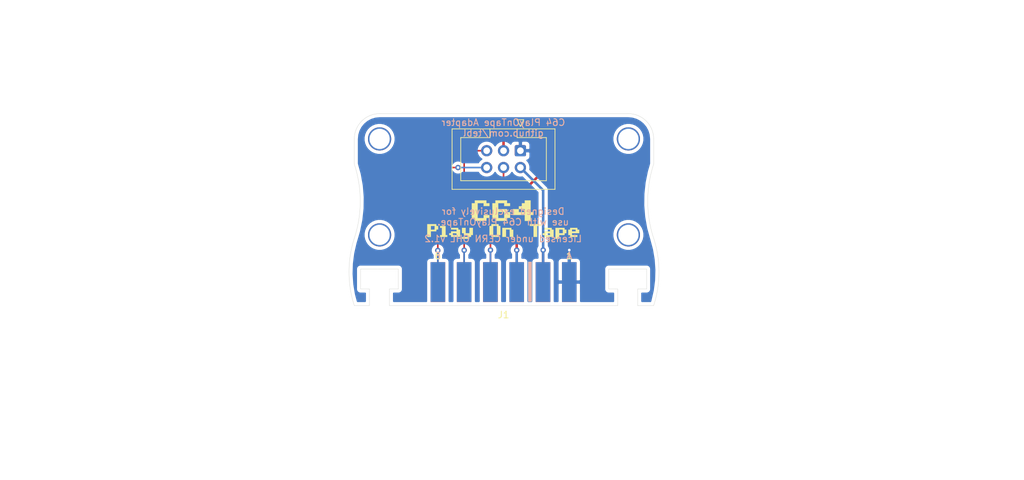
<source format=kicad_pcb>
(kicad_pcb (version 20171130) (host pcbnew "(5.1.8)-1")

  (general
    (thickness 1.6)
    (drawings 33)
    (tracks 50)
    (zones 0)
    (modules 7)
    (nets 7)
  )

  (page A4)
  (layers
    (0 F.Cu signal)
    (31 B.Cu signal)
    (32 B.Adhes user)
    (33 F.Adhes user)
    (34 B.Paste user)
    (35 F.Paste user)
    (36 B.SilkS user)
    (37 F.SilkS user)
    (38 B.Mask user)
    (39 F.Mask user)
    (40 Dwgs.User user)
    (41 Cmts.User user)
    (42 Eco1.User user)
    (43 Eco2.User user)
    (44 Edge.Cuts user)
    (45 Margin user)
    (46 B.CrtYd user)
    (47 F.CrtYd user)
    (48 B.Fab user)
    (49 F.Fab user)
  )

  (setup
    (last_trace_width 0.25)
    (trace_clearance 0.2)
    (zone_clearance 0.508)
    (zone_45_only no)
    (trace_min 0.2)
    (via_size 0.8)
    (via_drill 0.4)
    (via_min_size 0.4)
    (via_min_drill 0.3)
    (uvia_size 0.3)
    (uvia_drill 0.1)
    (uvias_allowed no)
    (uvia_min_size 0.2)
    (uvia_min_drill 0.1)
    (edge_width 0.05)
    (segment_width 0.2)
    (pcb_text_width 0.3)
    (pcb_text_size 1.5 1.5)
    (mod_edge_width 0.12)
    (mod_text_size 1 1)
    (mod_text_width 0.15)
    (pad_size 1.524 1.524)
    (pad_drill 0.762)
    (pad_to_mask_clearance 0)
    (aux_axis_origin 0 0)
    (grid_origin 161.983 0)
    (visible_elements 7FFFFFFF)
    (pcbplotparams
      (layerselection 0x010fc_ffffffff)
      (usegerberextensions true)
      (usegerberattributes true)
      (usegerberadvancedattributes true)
      (creategerberjobfile true)
      (excludeedgelayer true)
      (linewidth 0.100000)
      (plotframeref false)
      (viasonmask false)
      (mode 1)
      (useauxorigin false)
      (hpglpennumber 1)
      (hpglpenspeed 20)
      (hpglpendiameter 15.000000)
      (psnegative false)
      (psa4output false)
      (plotreference true)
      (plotvalue true)
      (plotinvisibletext false)
      (padsonsilk false)
      (subtractmaskfromsilk false)
      (outputformat 1)
      (mirror false)
      (drillshape 0)
      (scaleselection 1)
      (outputdirectory "export/"))
  )

  (net 0 "")
  (net 1 GND)
  (net 2 VCC)
  (net 3 /MOTOR)
  (net 4 /READ)
  (net 5 /WRITE)
  (net 6 /SENSE)

  (net_class Default "This is the default net class."
    (clearance 0.2)
    (trace_width 0.25)
    (via_dia 0.8)
    (via_drill 0.4)
    (uvia_dia 0.3)
    (uvia_drill 0.1)
    (add_net /READ)
    (add_net /SENSE)
    (add_net /WRITE)
  )

  (net_class PWR ""
    (clearance 0.2)
    (trace_width 0.381)
    (via_dia 0.8)
    (via_drill 0.4)
    (uvia_dia 0.3)
    (uvia_drill 0.1)
    (add_net /MOTOR)
    (add_net GND)
    (add_net VCC)
  )

  (module icons:c64_play_on_tape (layer F.Cu) (tedit 0) (tstamp 6264DC74)
    (at 152.0444 88.9508)
    (fp_text reference G*** (at 0 0) (layer F.SilkS) hide
      (effects (font (size 1.524 1.524) (thickness 0.3)))
    )
    (fp_text value LOGO (at 0.75 0) (layer F.SilkS) hide
      (effects (font (size 1.524 1.524) (thickness 0.3)))
    )
    (fp_poly (pts (xy -5.66987 2.110311) (xy -5.11051 2.110311) (xy -5.11051 1.296697) (xy -4.576576 1.296697)
      (xy -4.576576 2.38999) (xy -4.856256 2.38999) (xy -4.856256 2.66967) (xy -5.135936 2.66967)
      (xy -5.135936 2.94935) (xy -6.229229 2.94935) (xy -6.229229 2.66967) (xy -5.39019 2.66967)
      (xy -5.39019 2.38999) (xy -5.949549 2.38999) (xy -5.949549 2.110311) (xy -6.229229 2.110311)
      (xy -6.229229 1.296697) (xy -5.66987 1.296697) (xy -5.66987 2.110311)) (layer F.SilkS) (width 0.01))
    (fp_poly (pts (xy 9.234457 1.43018) (xy 9.242142 1.563664) (xy 9.375626 1.571349) (xy 9.509109 1.579034)
      (xy 9.509109 2.107653) (xy 9.375626 2.115338) (xy 9.242142 2.123023) (xy 9.234457 2.256507)
      (xy 9.226772 2.38999) (xy 8.415816 2.38999) (xy 8.415816 2.94935) (xy 7.856457 2.94935)
      (xy 7.856457 2.110311) (xy 8.415816 2.110311) (xy 8.976896 2.110311) (xy 8.969679 1.836987)
      (xy 8.962463 1.563664) (xy 8.689139 1.556447) (xy 8.415816 1.549231) (xy 8.415816 2.110311)
      (xy 7.856457 2.110311) (xy 7.856457 1.296697) (xy 9.226772 1.296697) (xy 9.234457 1.43018)) (layer F.SilkS) (width 0.01))
    (fp_poly (pts (xy -10.088866 0.870821) (xy -10.081181 1.004305) (xy -9.947697 1.01199) (xy -9.814214 1.019675)
      (xy -9.814214 1.548294) (xy -9.947697 1.555979) (xy -10.081181 1.563664) (xy -10.088866 1.697147)
      (xy -10.096551 1.830631) (xy -10.907507 1.830631) (xy -10.907507 2.66967) (xy -11.466867 2.66967)
      (xy -11.466867 1.017017) (xy -10.907507 1.017017) (xy -10.907507 1.578097) (xy -10.634184 1.570881)
      (xy -10.360861 1.563664) (xy -10.353644 1.290341) (xy -10.346428 1.017017) (xy -10.907507 1.017017)
      (xy -11.466867 1.017017) (xy -11.466867 0.737338) (xy -10.096551 0.737338) (xy -10.088866 0.870821)) (layer F.SilkS) (width 0.01))
    (fp_poly (pts (xy -8.695495 2.38999) (xy -8.441241 2.38999) (xy -8.441241 2.66967) (xy -9.534534 2.66967)
      (xy -9.534534 2.38999) (xy -9.254855 2.38999) (xy -9.254855 1.296697) (xy -9.534534 1.296697)
      (xy -9.534534 1.017017) (xy -8.695495 1.017017) (xy -8.695495 2.38999)) (layer F.SilkS) (width 0.01))
    (fp_poly (pts (xy -6.783561 1.43018) (xy -6.775876 1.563664) (xy -6.642392 1.571349) (xy -6.508909 1.579034)
      (xy -6.508909 2.66967) (xy -7.881882 2.66967) (xy -7.881882 2.38999) (xy -7.602202 2.38999)
      (xy -7.040185 2.38999) (xy -7.04787 2.256507) (xy -7.055555 2.123023) (xy -7.328879 2.115807)
      (xy -7.602202 2.10859) (xy -7.602202 2.38999) (xy -7.881882 2.38999) (xy -8.161561 2.38999)
      (xy -8.161561 2.110311) (xy -7.881882 2.110311) (xy -7.881882 1.830631) (xy -7.040185 1.830631)
      (xy -7.04787 1.697147) (xy -7.055555 1.563664) (xy -7.468719 1.556678) (xy -7.881882 1.549692)
      (xy -7.881882 1.296697) (xy -6.791246 1.296697) (xy -6.783561 1.43018)) (layer F.SilkS) (width 0.01))
    (fp_poly (pts (xy -0.706884 0.870821) (xy -0.699199 1.004305) (xy -0.565716 1.01199) (xy -0.432232 1.019675)
      (xy -0.432232 2.38999) (xy -0.711912 2.38999) (xy -0.711912 2.66967) (xy -1.805205 2.66967)
      (xy -1.805205 2.38999) (xy -2.084885 2.38999) (xy -2.084885 1.017017) (xy -1.805205 1.017017)
      (xy -1.525525 1.017017) (xy -1.525525 2.38999) (xy -0.966166 2.38999) (xy -0.966166 1.017017)
      (xy -1.525525 1.017017) (xy -1.805205 1.017017) (xy -1.805205 0.737338) (xy -0.714569 0.737338)
      (xy -0.706884 0.870821)) (layer F.SilkS) (width 0.01))
    (fp_poly (pts (xy 1.225448 1.43018) (xy 1.233133 1.563664) (xy 1.366617 1.571349) (xy 1.5001 1.579034)
      (xy 1.5001 2.66967) (xy 0.967158 2.66967) (xy 0.953454 1.563664) (xy 0.68013 1.556447)
      (xy 0.406807 1.549231) (xy 0.406807 2.66967) (xy -0.152552 2.66967) (xy -0.152552 1.296697)
      (xy 1.217763 1.296697) (xy 1.225448 1.43018)) (layer F.SilkS) (width 0.01))
    (fp_poly (pts (xy 5.644445 1.017017) (xy 5.085085 1.017017) (xy 5.085085 2.66967) (xy 4.551151 2.66967)
      (xy 4.551151 1.017017) (xy 3.991792 1.017017) (xy 3.991792 0.737338) (xy 5.644445 0.737338)
      (xy 5.644445 1.017017)) (layer F.SilkS) (width 0.01))
    (fp_poly (pts (xy 7.302125 1.43018) (xy 7.30981 1.563664) (xy 7.443294 1.571349) (xy 7.576777 1.579034)
      (xy 7.576777 2.66967) (xy 6.203804 2.66967) (xy 6.203804 2.38999) (xy 6.483484 2.38999)
      (xy 7.0455 2.38999) (xy 7.037815 2.256507) (xy 7.03013 2.123023) (xy 6.756807 2.115807)
      (xy 6.483484 2.10859) (xy 6.483484 2.38999) (xy 6.203804 2.38999) (xy 5.924124 2.38999)
      (xy 5.924124 2.110311) (xy 6.203804 2.110311) (xy 6.203804 1.830631) (xy 7.0455 1.830631)
      (xy 7.037815 1.697147) (xy 7.03013 1.563664) (xy 6.203804 1.549692) (xy 6.203804 1.296697)
      (xy 7.29444 1.296697) (xy 7.302125 1.43018)) (layer F.SilkS) (width 0.01))
    (fp_poly (pts (xy 11.16679 1.43018) (xy 11.174475 1.563664) (xy 11.307958 1.571349) (xy 11.441442 1.579034)
      (xy 11.441442 2.110311) (xy 10.348148 2.110311) (xy 10.348148 2.38999) (xy 11.161762 2.38999)
      (xy 11.161762 2.66967) (xy 10.068469 2.66967) (xy 10.068469 2.38999) (xy 9.788789 2.38999)
      (xy 9.788789 1.830631) (xy 10.348148 1.830631) (xy 10.910165 1.830631) (xy 10.90248 1.697147)
      (xy 10.894795 1.563664) (xy 10.621472 1.556447) (xy 10.348148 1.549231) (xy 10.348148 1.830631)
      (xy 9.788789 1.830631) (xy 9.788789 1.579034) (xy 9.922272 1.571349) (xy 10.055756 1.563664)
      (xy 10.063441 1.43018) (xy 10.071126 1.296697) (xy 11.159105 1.296697) (xy 11.16679 1.43018)) (layer F.SilkS) (width 0.01))
    (fp_poly (pts (xy -2.542542 -2.415415) (xy -2.084885 -2.415415) (xy -2.084885 -1.983183) (xy -2.974775 -1.983183)
      (xy -2.974775 -2.415415) (xy -3.864664 -2.415415) (xy -3.864664 -0.177978) (xy -2.974775 -0.177978)
      (xy -2.974775 -0.635635) (xy -2.084885 -0.635635) (xy -2.084885 -0.205383) (xy -2.307357 -0.198037)
      (xy -2.52983 -0.19069) (xy -2.537176 0.031782) (xy -2.544522 0.254255) (xy -4.294917 0.254255)
      (xy -4.302263 0.031782) (xy -4.309609 -0.19069) (xy -4.532082 -0.198037) (xy -4.754554 -0.205383)
      (xy -4.754554 -2.415415) (xy -4.296897 -2.415415) (xy -4.296897 -2.847647) (xy -2.542542 -2.847647)
      (xy -2.542542 -2.415415)) (layer F.SilkS) (width 0.01))
    (fp_poly (pts (xy 0.55936 -2.415415) (xy 1.017017 -2.415415) (xy 1.017017 -1.983183) (xy 0.127127 -1.983183)
      (xy 0.127127 -2.415415) (xy -0.762763 -2.415415) (xy -0.762763 -1.525525) (xy 0.55738 -1.525525)
      (xy 0.564726 -1.303053) (xy 0.572072 -1.08058) (xy 0.794545 -1.073234) (xy 1.017017 -1.065888)
      (xy 1.017017 -0.205383) (xy 0.794545 -0.198037) (xy 0.572072 -0.19069) (xy 0.564726 0.031782)
      (xy 0.55738 0.254255) (xy -1.193015 0.254255) (xy -1.200361 0.031782) (xy -1.207707 -0.19069)
      (xy -1.43018 -0.198037) (xy -1.652652 -0.205383) (xy -1.652652 -1.093293) (xy -0.762763 -1.093293)
      (xy -0.762763 -0.177978) (xy 0.127127 -0.177978) (xy 0.127127 -1.093293) (xy -0.762763 -1.093293)
      (xy -1.652652 -1.093293) (xy -1.652652 -2.415415) (xy -1.194995 -2.415415) (xy -1.194995 -2.847647)
      (xy 0.55936 -2.847647) (xy 0.55936 -2.415415)) (layer F.SilkS) (width 0.01))
    (fp_poly (pts (xy 4.118919 -1.067868) (xy 4.551151 -1.067868) (xy 4.551151 -0.635635) (xy 4.118919 -0.635635)
      (xy 4.118919 0.254255) (xy 3.229029 0.254255) (xy 3.229029 -0.635635) (xy 1.449249 -0.635635)
      (xy 1.449249 -1.525525) (xy 2.339139 -1.525525) (xy 2.339139 -1.067868) (xy 3.229029 -1.067868)
      (xy 3.229029 -1.525525) (xy 2.339139 -1.525525) (xy 2.339139 -1.955778) (xy 2.561612 -1.963124)
      (xy 2.784084 -1.97047) (xy 2.791431 -2.192943) (xy 2.798777 -2.415415) (xy 3.229029 -2.415415)
      (xy 3.229029 -2.847647) (xy 4.118919 -2.847647) (xy 4.118919 -1.067868)) (layer F.SilkS) (width 0.01))
  )

  (module mounting:M3_pin (layer F.Cu) (tedit 5F76331A) (tstamp 604882C5)
    (at 133.4008 91.313)
    (descr "module 1 pin (ou trou mecanique de percage)")
    (tags DEV)
    (path /604E62DD)
    (fp_text reference M1 (at 0 -3.048) (layer F.Fab) hide
      (effects (font (size 1 1) (thickness 0.15)))
    )
    (fp_text value Mounting (at 0 3) (layer F.Fab) hide
      (effects (font (size 1 1) (thickness 0.15)))
    )
    (fp_circle (center 0 0) (end 2.6 0) (layer F.CrtYd) (width 0.05))
    (fp_circle (center 0 0) (end 2 0.8) (layer F.Fab) (width 0.1))
    (pad 1 thru_hole circle (at 0 0) (size 3.5 3.5) (drill 3.048) (layers *.Cu *.Mask)
      (solder_mask_margin 0.8))
  )

  (module mounting:M3_pin (layer F.Cu) (tedit 5F76331A) (tstamp 60487DAB)
    (at 170.8912 91.313)
    (descr "module 1 pin (ou trou mecanique de percage)")
    (tags DEV)
    (path /604E7421)
    (fp_text reference M2 (at 0 -3.048) (layer F.Fab) hide
      (effects (font (size 1 1) (thickness 0.15)))
    )
    (fp_text value Mounting (at 0 3) (layer F.Fab) hide
      (effects (font (size 1 1) (thickness 0.15)))
    )
    (fp_circle (center 0 0) (end 2 0.8) (layer F.Fab) (width 0.1))
    (fp_circle (center 0 0) (end 2.6 0) (layer F.CrtYd) (width 0.05))
    (pad 1 thru_hole circle (at 0 0) (size 3.5 3.5) (drill 3.048) (layers *.Cu *.Mask)
      (solder_mask_margin 0.8))
  )

  (module PlayOnTape:C64_Cassette-Edge (layer F.Cu) (tedit 62646C77) (tstamp 62645F6F)
    (at 173.863 98.425)
    (path /60487E42)
    (fp_text reference J1 (at -21.78 4.95) (layer F.SilkS)
      (effects (font (size 1 1) (thickness 0.15)))
    )
    (fp_text value "C64 Cassette Port" (at -21.78 12.87) (layer F.Fab)
      (effects (font (size 1 1) (thickness 0.15)))
    )
    (fp_text user F (at -31.68 -3.96) (layer B.SilkS)
      (effects (font (size 1 1) (thickness 0.15)) (justify mirror))
    )
    (fp_text user A (at -11.88 -3.96) (layer B.SilkS)
      (effects (font (size 1 1) (thickness 0.15)) (justify mirror))
    )
    (fp_text user 6 (at -31.68 -3.96) (layer F.SilkS)
      (effects (font (size 1 1) (thickness 0.15)))
    )
    (fp_text user 1 (at -11.88 -3.96) (layer F.SilkS)
      (effects (font (size 1 1) (thickness 0.15)))
    )
    (fp_text user "(this side up)" (at -21.78 10.89) (layer Dwgs.User)
      (effects (font (size 1 1) (thickness 0.15)))
    )
    (fp_line (start -3.08 8.91) (end -3.08 3.96) (layer Dwgs.User) (width 0.12))
    (fp_line (start -40.48 8.91) (end -40.48 3.96) (layer Dwgs.User) (width 0.12))
    (fp_line (start -37.28 14.47) (end -6.28 14.47) (layer Dwgs.User) (width 0.12))
    (fp_line (start -37.28 9.67) (end -37.28 14.47) (layer Dwgs.User) (width 0.12))
    (fp_line (start -44.08 9.67) (end -37.28 9.67) (layer Dwgs.User) (width 0.12))
    (fp_line (start -6.28 9.67) (end -6.28 14.47) (layer Dwgs.User) (width 0.12))
    (fp_line (start 0.52 9.67) (end -6.28 9.67) (layer Dwgs.User) (width 0.12))
    (fp_line (start -44.08 2.97) (end -44.08 9.67) (layer Dwgs.User) (width 0.12))
    (fp_line (start 0.52 2.97) (end 0.52 9.67) (layer Dwgs.User) (width 0.12))
    (fp_line (start 1.52 2.97) (end -45.08 2.97) (layer Dwgs.User) (width 0.12))
    (fp_line (start -37.28 -3.96) (end -6.28 -3.96) (layer F.CrtYd) (width 0.12))
    (fp_line (start -6.28 -3.96) (end -6.28 2.97) (layer F.CrtYd) (width 0.12))
    (fp_line (start 1.52 2.97) (end 1.52 14.85) (layer F.CrtYd) (width 0.12))
    (fp_line (start 1.52 14.85) (end -45.08 14.85) (layer F.CrtYd) (width 0.12))
    (fp_line (start -45.08 14.85) (end -45.08 2.97) (layer F.CrtYd) (width 0.12))
    (fp_line (start -37.28 2.97) (end -37.28 -3.96) (layer F.CrtYd) (width 0.12))
    (fp_poly (pts (xy -17.6 2.9) (xy -18 2.9) (xy -18 -3) (xy -17.6 -3)) (layer F.SilkS) (width 0.1))
    (fp_poly (pts (xy -17.6 2.9) (xy -18 2.9) (xy -18 -3) (xy -17.6 -3)) (layer B.SilkS) (width 0.1))
    (pad F smd rect (at -31.68 0) (size 2.2 6) (layers B.Cu B.Paste B.Mask)
      (net 6 /SENSE))
    (pad E smd rect (at -27.72 0) (size 2.2 6) (layers B.Cu B.Paste B.Mask)
      (net 5 /WRITE))
    (pad D smd rect (at -23.76 0) (size 2.2 6) (layers B.Cu B.Paste B.Mask)
      (net 4 /READ))
    (pad 6 smd rect (at -31.68 0) (size 2.2 6) (layers F.Cu F.Paste F.Mask)
      (net 6 /SENSE))
    (pad 5 smd rect (at -27.72 0) (size 2.2 6) (layers F.Cu F.Paste F.Mask)
      (net 5 /WRITE))
    (pad 4 smd rect (at -23.76 0) (size 2.2 6) (layers F.Cu F.Paste F.Mask)
      (net 4 /READ))
    (pad C smd rect (at -19.8 0) (size 2.2 6) (layers B.Cu B.Paste B.Mask)
      (net 3 /MOTOR))
    (pad B smd rect (at -15.84 0) (size 2.2 6) (layers B.Cu B.Paste B.Mask)
      (net 2 VCC))
    (pad A smd rect (at -11.88 0) (size 2.2 6) (layers B.Cu B.Paste B.Mask)
      (net 1 GND))
    (pad 3 smd rect (at -19.8 0) (size 2.2 6) (layers F.Cu F.Paste F.Mask)
      (net 3 /MOTOR))
    (pad 2 smd rect (at -15.84 0) (size 2.2 6) (layers F.Cu F.Paste F.Mask)
      (net 2 VCC))
    (pad 1 smd rect (at -11.88 0) (size 2.2 6) (layers F.Cu F.Paste F.Mask)
      (net 1 GND))
  )

  (module mounting:M3_pin (layer F.Cu) (tedit 5F76331A) (tstamp 60487CF8)
    (at 170.8912 76.835)
    (descr "module 1 pin (ou trou mecanique de percage)")
    (tags DEV)
    (path /604E78AD)
    (fp_text reference M3 (at 0 -3.048) (layer F.Fab) hide
      (effects (font (size 1 1) (thickness 0.15)))
    )
    (fp_text value Mounting (at 0 3) (layer F.Fab) hide
      (effects (font (size 1 1) (thickness 0.15)))
    )
    (fp_circle (center 0 0) (end 2.6 0) (layer F.CrtYd) (width 0.05))
    (fp_circle (center 0 0) (end 2 0.8) (layer F.Fab) (width 0.1))
    (pad 1 thru_hole circle (at 0 0) (size 3.5 3.5) (drill 3.048) (layers *.Cu *.Mask)
      (solder_mask_margin 0.8))
  )

  (module mounting:M3_pin (layer F.Cu) (tedit 5F76331A) (tstamp 60487CFE)
    (at 133.4008 76.835)
    (descr "module 1 pin (ou trou mecanique de percage)")
    (tags DEV)
    (path /604E7CA7)
    (fp_text reference M4 (at 0 -3.048) (layer F.Fab) hide
      (effects (font (size 1 1) (thickness 0.15)))
    )
    (fp_text value Mounting (at 0 3) (layer F.Fab) hide
      (effects (font (size 1 1) (thickness 0.15)))
    )
    (fp_circle (center 0 0) (end 2 0.8) (layer F.Fab) (width 0.1))
    (fp_circle (center 0 0) (end 2.6 0) (layer F.CrtYd) (width 0.05))
    (pad 1 thru_hole circle (at 0 0) (size 3.5 3.5) (drill 3.048) (layers *.Cu *.Mask)
      (solder_mask_margin 0.8))
  )

  (module Connector_IDC:IDC-Header_2x03_P2.54mm_Vertical locked (layer F.Cu) (tedit 5EAC9A07) (tstamp 62645FA2)
    (at 154.617 78.613 270)
    (descr "Through hole IDC box header, 2x03, 2.54mm pitch, DIN 41651 / IEC 60603-13, double rows, https://docs.google.com/spreadsheets/d/16SsEcesNF15N3Lb4niX7dcUr-NY5_MFPQhobNuNppn4/edit#gid=0")
    (tags "Through hole vertical IDC box header THT 2x03 2.54mm double row")
    (path /5EF167B3)
    (fp_text reference J2 (at 1.27 13.462 90) (layer F.Fab)
      (effects (font (size 1 1) (thickness 0.15)))
    )
    (fp_text value PlayOnTape (at 1.27 11.938 90) (layer F.Fab)
      (effects (font (size 1 1) (thickness 0.15)))
    )
    (fp_line (start 6.22 -5.6) (end -3.68 -5.6) (layer F.CrtYd) (width 0.05))
    (fp_line (start 6.22 10.69) (end 6.22 -5.6) (layer F.CrtYd) (width 0.05))
    (fp_line (start -3.68 10.69) (end 6.22 10.69) (layer F.CrtYd) (width 0.05))
    (fp_line (start -3.68 -5.6) (end -3.68 10.69) (layer F.CrtYd) (width 0.05))
    (fp_line (start -4.68 0.5) (end -3.68 0) (layer F.SilkS) (width 0.12))
    (fp_line (start -4.68 -0.5) (end -4.68 0.5) (layer F.SilkS) (width 0.12))
    (fp_line (start -3.68 0) (end -4.68 -0.5) (layer F.SilkS) (width 0.12))
    (fp_line (start -1.98 4.59) (end -3.29 4.59) (layer F.SilkS) (width 0.12))
    (fp_line (start -1.98 4.59) (end -1.98 4.59) (layer F.SilkS) (width 0.12))
    (fp_line (start -1.98 8.99) (end -1.98 4.59) (layer F.SilkS) (width 0.12))
    (fp_line (start 4.52 8.99) (end -1.98 8.99) (layer F.SilkS) (width 0.12))
    (fp_line (start 4.52 -3.91) (end 4.52 8.99) (layer F.SilkS) (width 0.12))
    (fp_line (start -1.98 -3.91) (end 4.52 -3.91) (layer F.SilkS) (width 0.12))
    (fp_line (start -1.98 0.49) (end -1.98 -3.91) (layer F.SilkS) (width 0.12))
    (fp_line (start -3.29 0.49) (end -1.98 0.49) (layer F.SilkS) (width 0.12))
    (fp_line (start -3.29 10.29) (end -3.29 -5.21) (layer F.SilkS) (width 0.12))
    (fp_line (start 5.83 10.29) (end -3.29 10.29) (layer F.SilkS) (width 0.12))
    (fp_line (start 5.83 -5.21) (end 5.83 10.29) (layer F.SilkS) (width 0.12))
    (fp_line (start -3.29 -5.21) (end 5.83 -5.21) (layer F.SilkS) (width 0.12))
    (fp_line (start -1.98 4.59) (end -3.18 4.59) (layer F.Fab) (width 0.1))
    (fp_line (start -1.98 4.59) (end -1.98 4.59) (layer F.Fab) (width 0.1))
    (fp_line (start -1.98 8.99) (end -1.98 4.59) (layer F.Fab) (width 0.1))
    (fp_line (start 4.52 8.99) (end -1.98 8.99) (layer F.Fab) (width 0.1))
    (fp_line (start 4.52 -3.91) (end 4.52 8.99) (layer F.Fab) (width 0.1))
    (fp_line (start -1.98 -3.91) (end 4.52 -3.91) (layer F.Fab) (width 0.1))
    (fp_line (start -1.98 0.49) (end -1.98 -3.91) (layer F.Fab) (width 0.1))
    (fp_line (start -3.18 0.49) (end -1.98 0.49) (layer F.Fab) (width 0.1))
    (fp_line (start -3.18 10.18) (end -3.18 -4.1) (layer F.Fab) (width 0.1))
    (fp_line (start 5.72 10.18) (end -3.18 10.18) (layer F.Fab) (width 0.1))
    (fp_line (start 5.72 -5.1) (end 5.72 10.18) (layer F.Fab) (width 0.1))
    (fp_line (start -2.18 -5.1) (end 5.72 -5.1) (layer F.Fab) (width 0.1))
    (fp_line (start -3.18 -4.1) (end -2.18 -5.1) (layer F.Fab) (width 0.1))
    (fp_text user %R (at 1.27 2.54) (layer F.Fab)
      (effects (font (size 1 1) (thickness 0.15)))
    )
    (pad 1 thru_hole roundrect (at 0 0 270) (size 1.7 1.7) (drill 1) (layers *.Cu *.Mask) (roundrect_rratio 0.147059)
      (net 1 GND))
    (pad 3 thru_hole circle (at 0 2.54 270) (size 1.7 1.7) (drill 1) (layers *.Cu *.Mask)
      (net 3 /MOTOR))
    (pad 5 thru_hole circle (at 0 5.08 270) (size 1.7 1.7) (drill 1) (layers *.Cu *.Mask)
      (net 5 /WRITE))
    (pad 2 thru_hole circle (at 2.54 0 270) (size 1.7 1.7) (drill 1) (layers *.Cu *.Mask)
      (net 2 VCC))
    (pad 4 thru_hole circle (at 2.54 2.54 270) (size 1.7 1.7) (drill 1) (layers *.Cu *.Mask)
      (net 4 /READ))
    (pad 6 thru_hole circle (at 2.54 5.08 270) (size 1.7 1.7) (drill 1) (layers *.Cu *.Mask)
      (net 6 /SENSE))
    (model ${KISYS3DMOD}/Connector_IDC.3dshapes/IDC-Header_2x03_P2.54mm_Vertical.wrl
      (at (xyz 0 0 0))
      (scale (xyz 1 1 1))
      (rotate (xyz 0 0 0))
    )
  )

  (gr_text "C64 PlayOnTape Adapter\ngithub.com/tebl" (at 152.0444 75.1586) (layer B.SilkS) (tstamp 6264DCFC)
    (effects (font (size 1 1) (thickness 0.15)) (justify mirror))
  )
  (gr_arc (start 170.8912 76.835) (end 174.7012 76.835) (angle -90) (layer Edge.Cuts) (width 0.05) (tstamp 6048838D))
  (gr_arc (start 133.4008 76.835) (end 133.4008 73.025) (angle -90) (layer Edge.Cuts) (width 0.05))
  (gr_arc (start 145.338799 96.901) (end 129.5908 91.821001) (angle -35.75739319) (layer Edge.Cuts) (width 0.05) (tstamp 60488325))
  (gr_arc (start 158.953201 96.901001) (end 174.7012 101.981) (angle -35.75739319) (layer Edge.Cuts) (width 0.05))
  (gr_line (start 129.5908 101.981) (end 131.8768 101.981) (layer Edge.Cuts) (width 0.05) (tstamp 6048826F))
  (gr_line (start 130.53048 99.47656) (end 131.8768 99.47656) (layer Edge.Cuts) (width 0.05) (tstamp 60488278))
  (gr_line (start 133.38048 96.47656) (end 130.53048 96.47656) (layer Edge.Cuts) (width 0.05) (tstamp 60488277))
  (gr_line (start 134.88416 99.47656) (end 136.23048 99.47656) (layer Edge.Cuts) (width 0.05) (tstamp 60488276))
  (gr_line (start 130.53048 96.47656) (end 130.53048 99.47656) (layer Edge.Cuts) (width 0.05) (tstamp 60488275))
  (gr_line (start 136.23048 96.47656) (end 136.23048 99.47656) (layer Edge.Cuts) (width 0.05) (tstamp 60488274))
  (gr_line (start 131.8768 99.47656) (end 131.8768 101.981) (layer Edge.Cuts) (width 0.05) (tstamp 60488272))
  (gr_line (start 133.38048 96.47656) (end 136.23048 96.47656) (layer Edge.Cuts) (width 0.05) (tstamp 60488271))
  (gr_line (start 134.88416 99.47656) (end 134.88416 101.981) (layer Edge.Cuts) (width 0.05) (tstamp 60488270))
  (gr_line (start 172.2882 99.47656) (end 173.63452 99.47656) (layer Edge.Cuts) (width 0.05) (tstamp 604881EA))
  (gr_line (start 167.93452 99.47656) (end 169.28084 99.47656) (layer Edge.Cuts) (width 0.05) (tstamp 604881E9))
  (gr_line (start 167.93452 96.47656) (end 167.93452 99.47656) (layer Edge.Cuts) (width 0.05) (tstamp 604881E1))
  (gr_line (start 173.63452 96.47656) (end 173.63452 99.47656) (layer Edge.Cuts) (width 0.05) (tstamp 604881D4))
  (gr_line (start 170.78452 96.47656) (end 173.63452 96.47656) (layer Edge.Cuts) (width 0.05) (tstamp 604881CD))
  (gr_line (start 170.78452 96.47656) (end 167.93452 96.47656) (layer Edge.Cuts) (width 0.05) (tstamp 604881C2))
  (gr_line (start 172.2882 99.47656) (end 172.2882 101.981) (layer Edge.Cuts) (width 0.05) (tstamp 604881BB))
  (gr_line (start 169.28084 99.47656) (end 169.28084 101.981) (layer Edge.Cuts) (width 0.05) (tstamp 604881B1))
  (gr_line (start 174.7012 101.981) (end 172.2882 101.981) (layer Edge.Cuts) (width 0.05))
  (gr_text "Licensed under CERN OHL v1.2" (at 152.019 91.8972) (layer B.SilkS)
    (effects (font (size 1 1) (thickness 0.15)) (justify mirror))
  )
  (gr_text "Designed exclusively for\nuse with C64 PlayOnTape." (at 152.019 88.5698) (layer B.SilkS)
    (effects (font (size 1 1) (thickness 0.15)) (justify mirror))
  )
  (gr_line (start 174.7012 80.645002) (end 174.7012 76.835) (layer Edge.Cuts) (width 0.05) (tstamp 604873BE))
  (gr_line (start 129.5908 80.645002) (end 129.5908 76.835) (layer Edge.Cuts) (width 0.05) (tstamp 604873BA))
  (gr_arc (start 191.719199 86.233001) (end 174.7012 80.645002) (angle -36.3560376) (layer Edge.Cuts) (width 0.05) (tstamp 604873AD))
  (gr_arc (start 112.572801 86.233002) (end 129.5908 91.821001) (angle -36.3560376) (layer Edge.Cuts) (width 0.05))
  (gr_line (start 152.146 73.025) (end 170.8912 73.025) (layer Edge.Cuts) (width 0.05) (tstamp 6048735C))
  (gr_line (start 152.146 73.025) (end 133.4008 73.025) (layer Edge.Cuts) (width 0.05) (tstamp 6048735C))
  (gr_line (start 152.146 101.981) (end 169.28084 101.981) (layer Edge.Cuts) (width 0.05) (tstamp 6048735C))
  (gr_line (start 152.146 101.981) (end 134.88416 101.981) (layer Edge.Cuts) (width 0.05))

  (segment (start 161.983 98.425) (end 161.983 93.599) (width 0.381) (layer F.Cu) (net 1))
  (via (at 161.983 93.599) (size 0.8) (drill 0.4) (layers F.Cu B.Cu) (net 1))
  (segment (start 161.983 93.599) (end 161.983 98.425) (width 0.381) (layer B.Cu) (net 1))
  (via (at 158.046 93.599) (size 0.8) (drill 0.4) (layers F.Cu B.Cu) (net 2))
  (segment (start 158.046 98.402) (end 158.023 98.425) (width 0.381) (layer F.Cu) (net 2))
  (segment (start 158.046 93.599) (end 158.046 98.402) (width 0.381) (layer F.Cu) (net 2))
  (segment (start 158.046 98.402) (end 158.023 98.425) (width 0.381) (layer B.Cu) (net 2))
  (segment (start 158.046 93.599) (end 158.046 98.402) (width 0.381) (layer B.Cu) (net 2))
  (segment (start 158.046 84.582) (end 154.617 81.153) (width 0.381) (layer B.Cu) (net 2))
  (segment (start 158.046 93.599) (end 158.046 84.582) (width 0.381) (layer B.Cu) (net 2))
  (segment (start 154.0455 98.4075) (end 154.063 98.425) (width 0.381) (layer F.Cu) (net 3))
  (via (at 154.062997 93.616497) (size 0.8) (drill 0.4) (layers F.Cu B.Cu) (net 3))
  (segment (start 154.063 93.6165) (end 154.062997 93.616497) (width 0.381) (layer B.Cu) (net 3))
  (segment (start 154.063 98.425) (end 154.063 93.6165) (width 0.381) (layer F.Cu) (net 3))
  (segment (start 154.063 93.6165) (end 154.062997 93.616497) (width 0.381) (layer F.Cu) (net 3))
  (segment (start 154.062997 98.424997) (end 154.063 98.425) (width 0.381) (layer B.Cu) (net 3))
  (segment (start 154.062997 93.616497) (end 154.062997 98.424997) (width 0.381) (layer B.Cu) (net 3))
  (segment (start 156.395 76.073) (end 153.1565 76.073) (width 0.381) (layer F.Cu) (net 3))
  (segment (start 157.4745 77.1525) (end 156.395 76.073) (width 0.381) (layer F.Cu) (net 3))
  (segment (start 157.4745 82.296) (end 157.4745 77.1525) (width 0.381) (layer F.Cu) (net 3))
  (segment (start 154.062997 85.707503) (end 157.4745 82.296) (width 0.381) (layer F.Cu) (net 3))
  (segment (start 154.062997 93.616497) (end 154.062997 85.707503) (width 0.381) (layer F.Cu) (net 3))
  (segment (start 152.077 77.1525) (end 153.1565 76.073) (width 0.381) (layer F.Cu) (net 3))
  (segment (start 152.077 78.613) (end 152.077 77.1525) (width 0.381) (layer F.Cu) (net 3))
  (via (at 150.1085 93.599) (size 0.8) (drill 0.4) (layers F.Cu B.Cu) (net 4))
  (segment (start 150.1085 98.4195) (end 150.103 98.425) (width 0.25) (layer F.Cu) (net 4))
  (segment (start 150.1085 93.599) (end 150.1085 98.4195) (width 0.25) (layer F.Cu) (net 4))
  (segment (start 150.1085 98.4195) (end 150.1085 93.599) (width 0.25) (layer B.Cu) (net 4))
  (segment (start 150.103 98.425) (end 150.1085 98.4195) (width 0.25) (layer B.Cu) (net 4))
  (segment (start 150.1085 85.2805) (end 150.1085 93.599) (width 0.25) (layer F.Cu) (net 4))
  (segment (start 152.077 83.312) (end 150.1085 85.2805) (width 0.25) (layer F.Cu) (net 4))
  (segment (start 152.077 81.153) (end 152.077 83.312) (width 0.25) (layer F.Cu) (net 4))
  (via (at 146.142994 93.627506) (size 0.8) (drill 0.4) (layers F.Cu B.Cu) (net 5))
  (segment (start 146.143 98.425) (end 146.143 93.627512) (width 0.25) (layer F.Cu) (net 5))
  (segment (start 146.143 93.627512) (end 146.142994 93.627506) (width 0.25) (layer F.Cu) (net 5))
  (segment (start 146.143 93.627512) (end 146.142994 93.627506) (width 0.25) (layer B.Cu) (net 5))
  (segment (start 146.143 98.425) (end 146.143 93.627512) (width 0.25) (layer B.Cu) (net 5))
  (segment (start 146.142994 79.848006) (end 147.378 78.613) (width 0.25) (layer F.Cu) (net 5))
  (segment (start 146.142994 93.627506) (end 146.142994 79.848006) (width 0.25) (layer F.Cu) (net 5))
  (segment (start 147.378 78.613) (end 149.537 78.613) (width 0.25) (layer F.Cu) (net 5))
  (segment (start 142.183 93.6745) (end 142.171 93.6625) (width 0.25) (layer B.Cu) (net 6))
  (segment (start 142.183 98.425) (end 142.183 93.6745) (width 0.25) (layer B.Cu) (net 6))
  (via (at 142.171 93.6625) (size 0.8) (drill 0.4) (layers F.Cu B.Cu) (net 6))
  (segment (start 142.171 98.413) (end 142.183 98.425) (width 0.25) (layer F.Cu) (net 6))
  (segment (start 142.171 93.6625) (end 142.171 98.413) (width 0.25) (layer F.Cu) (net 6))
  (via (at 145.219 81.153) (size 0.8) (drill 0.4) (layers F.Cu B.Cu) (net 6))
  (segment (start 145.219 81.153) (end 143.3775 81.153) (width 0.25) (layer F.Cu) (net 6))
  (segment (start 142.171 82.3595) (end 142.171 93.6625) (width 0.25) (layer F.Cu) (net 6))
  (segment (start 143.3775 81.153) (end 142.171 82.3595) (width 0.25) (layer F.Cu) (net 6))
  (segment (start 145.219 81.153) (end 149.537 81.153) (width 0.25) (layer B.Cu) (net 6))

  (zone (net 1) (net_name GND) (layer B.Cu) (tstamp 60486FDC) (hatch edge 0.508)
    (connect_pads (clearance 0.508))
    (min_thickness 0.254)
    (fill yes (arc_segments 32) (thermal_gap 0.508) (thermal_bridge_width 0.508))
    (polygon
      (pts
        (xy 230.505 128.27) (xy 76.2 128.27) (xy 76.2 55.88) (xy 230.505 55.88)
      )
    )
    (filled_polygon
      (pts
        (xy 171.502422 73.748096) (xy 172.090364 73.925606) (xy 172.632636 74.213937) (xy 173.108564 74.602094) (xy 173.500045 75.075314)
        (xy 173.792151 75.615552) (xy 173.973763 76.202244) (xy 174.041201 76.843888) (xy 174.0412 80.551069) (xy 173.722433 81.648272)
        (xy 173.718559 81.664408) (xy 173.713988 81.680327) (xy 173.709527 81.700575) (xy 173.372452 83.354105) (xy 173.369271 83.374604)
        (xy 173.365451 83.394972) (xy 173.362916 83.41555) (xy 173.182948 85.093463) (xy 173.18171 85.114171) (xy 173.179824 85.134807)
        (xy 173.179236 85.155533) (xy 173.157972 86.842936) (xy 173.158688 86.86367) (xy 173.158753 86.884391) (xy 173.160119 86.905079)
        (xy 173.297748 88.586994) (xy 173.300411 88.607562) (xy 173.302426 88.628191) (xy 173.305728 88.648629) (xy 173.305732 88.64866)
        (xy 173.305737 88.64868) (xy 173.601033 90.310159) (xy 173.605618 90.330375) (xy 173.609567 90.350733) (xy 173.614785 90.370799)
        (xy 174.064523 91.994921) (xy 174.476089 93.522511) (xy 174.731688 95.053404) (xy 174.836677 96.601929) (xy 174.790057 98.153312)
        (xy 174.592269 99.692738) (xy 174.242983 101.215204) (xy 174.211041 101.321) (xy 172.9482 101.321) (xy 172.9482 100.13656)
        (xy 173.602101 100.13656) (xy 173.63452 100.139753) (xy 173.666939 100.13656) (xy 173.763903 100.12701) (xy 173.888313 100.08927)
        (xy 174.00297 100.027985) (xy 174.103468 99.945508) (xy 174.185945 99.84501) (xy 174.24723 99.730353) (xy 174.28497 99.605943)
        (xy 174.297713 99.47656) (xy 174.29452 99.444141) (xy 174.29452 96.508979) (xy 174.297713 96.47656) (xy 174.28497 96.347177)
        (xy 174.24723 96.222767) (xy 174.185945 96.10811) (xy 174.103468 96.007612) (xy 174.00297 95.925135) (xy 173.888313 95.86385)
        (xy 173.763903 95.82611) (xy 173.666939 95.81656) (xy 173.63452 95.813367) (xy 173.602101 95.81656) (xy 167.966939 95.81656)
        (xy 167.93452 95.813367) (xy 167.902101 95.81656) (xy 167.805137 95.82611) (xy 167.680727 95.86385) (xy 167.56607 95.925135)
        (xy 167.465572 96.007612) (xy 167.383095 96.10811) (xy 167.32181 96.222767) (xy 167.28407 96.347177) (xy 167.271327 96.47656)
        (xy 167.27452 96.50898) (xy 167.274521 99.444131) (xy 167.271327 99.47656) (xy 167.28407 99.605943) (xy 167.32181 99.730353)
        (xy 167.383095 99.84501) (xy 167.465572 99.945508) (xy 167.56607 100.027985) (xy 167.680727 100.08927) (xy 167.805137 100.12701)
        (xy 167.902101 100.13656) (xy 167.93452 100.139753) (xy 167.966939 100.13656) (xy 168.62084 100.13656) (xy 168.620841 101.321)
        (xy 163.720954 101.321) (xy 163.718 98.71075) (xy 163.55925 98.552) (xy 162.11 98.552) (xy 162.11 98.572)
        (xy 161.856 98.572) (xy 161.856 98.552) (xy 160.40675 98.552) (xy 160.248 98.71075) (xy 160.245046 101.321)
        (xy 159.761072 101.321) (xy 159.761072 95.425) (xy 160.244928 95.425) (xy 160.248 98.13925) (xy 160.40675 98.298)
        (xy 161.856 98.298) (xy 161.856 94.94875) (xy 162.11 94.94875) (xy 162.11 98.298) (xy 163.55925 98.298)
        (xy 163.718 98.13925) (xy 163.721072 95.425) (xy 163.708812 95.300518) (xy 163.672502 95.18082) (xy 163.613537 95.070506)
        (xy 163.534185 94.973815) (xy 163.437494 94.894463) (xy 163.32718 94.835498) (xy 163.207482 94.799188) (xy 163.083 94.786928)
        (xy 162.26875 94.79) (xy 162.11 94.94875) (xy 161.856 94.94875) (xy 161.69725 94.79) (xy 160.883 94.786928)
        (xy 160.758518 94.799188) (xy 160.63882 94.835498) (xy 160.528506 94.894463) (xy 160.431815 94.973815) (xy 160.352463 95.070506)
        (xy 160.293498 95.18082) (xy 160.257188 95.300518) (xy 160.244928 95.425) (xy 159.761072 95.425) (xy 159.748812 95.300518)
        (xy 159.712502 95.18082) (xy 159.653537 95.070506) (xy 159.574185 94.973815) (xy 159.477494 94.894463) (xy 159.36718 94.835498)
        (xy 159.247482 94.799188) (xy 159.123 94.786928) (xy 158.8715 94.786928) (xy 158.8715 94.226503) (xy 158.963205 94.089256)
        (xy 159.041226 93.900898) (xy 159.081 93.700939) (xy 159.081 93.497061) (xy 159.041226 93.297102) (xy 158.963205 93.108744)
        (xy 158.8715 92.971497) (xy 158.8715 91.078098) (xy 168.5062 91.078098) (xy 168.5062 91.547902) (xy 168.597854 92.008679)
        (xy 168.77764 92.442721) (xy 169.03865 92.833349) (xy 169.370851 93.16555) (xy 169.761479 93.42656) (xy 170.195521 93.606346)
        (xy 170.656298 93.698) (xy 171.126102 93.698) (xy 171.586879 93.606346) (xy 172.020921 93.42656) (xy 172.411549 93.16555)
        (xy 172.74375 92.833349) (xy 173.00476 92.442721) (xy 173.184546 92.008679) (xy 173.2762 91.547902) (xy 173.2762 91.078098)
        (xy 173.184546 90.617321) (xy 173.00476 90.183279) (xy 172.74375 89.792651) (xy 172.411549 89.46045) (xy 172.020921 89.19944)
        (xy 171.586879 89.019654) (xy 171.126102 88.928) (xy 170.656298 88.928) (xy 170.195521 89.019654) (xy 169.761479 89.19944)
        (xy 169.370851 89.46045) (xy 169.03865 89.792651) (xy 168.77764 90.183279) (xy 168.597854 90.617321) (xy 168.5062 91.078098)
        (xy 158.8715 91.078098) (xy 158.8715 84.62255) (xy 158.875494 84.581999) (xy 158.868911 84.515159) (xy 158.859556 84.420174)
        (xy 158.812353 84.264566) (xy 158.743877 84.136457) (xy 158.735699 84.121157) (xy 158.658391 84.026958) (xy 158.632541 83.995459)
        (xy 158.601039 83.969606) (xy 156.073578 81.442146) (xy 156.102 81.29926) (xy 156.102 81.00674) (xy 156.044932 80.719842)
        (xy 155.93299 80.449589) (xy 155.770475 80.206368) (xy 155.63862 80.074513) (xy 155.71118 80.052502) (xy 155.821494 79.993537)
        (xy 155.918185 79.914185) (xy 155.997537 79.817494) (xy 156.056502 79.70718) (xy 156.092812 79.587482) (xy 156.105072 79.463)
        (xy 156.102 78.89875) (xy 155.94325 78.74) (xy 154.744 78.74) (xy 154.744 78.76) (xy 154.49 78.76)
        (xy 154.49 78.74) (xy 154.47 78.74) (xy 154.47 78.486) (xy 154.49 78.486) (xy 154.49 77.28675)
        (xy 154.744 77.28675) (xy 154.744 78.486) (xy 155.94325 78.486) (xy 156.102 78.32725) (xy 156.105072 77.763)
        (xy 156.092812 77.638518) (xy 156.056502 77.51882) (xy 155.997537 77.408506) (xy 155.918185 77.311815) (xy 155.821494 77.232463)
        (xy 155.71118 77.173498) (xy 155.591482 77.137188) (xy 155.467 77.124928) (xy 154.90275 77.128) (xy 154.744 77.28675)
        (xy 154.49 77.28675) (xy 154.33125 77.128) (xy 153.767 77.124928) (xy 153.642518 77.137188) (xy 153.52282 77.173498)
        (xy 153.412506 77.232463) (xy 153.315815 77.311815) (xy 153.236463 77.408506) (xy 153.177498 77.51882) (xy 153.155487 77.59138)
        (xy 153.023632 77.459525) (xy 152.780411 77.29701) (xy 152.510158 77.185068) (xy 152.22326 77.128) (xy 151.93074 77.128)
        (xy 151.643842 77.185068) (xy 151.373589 77.29701) (xy 151.130368 77.459525) (xy 150.923525 77.666368) (xy 150.807 77.84076)
        (xy 150.690475 77.666368) (xy 150.483632 77.459525) (xy 150.240411 77.29701) (xy 149.970158 77.185068) (xy 149.68326 77.128)
        (xy 149.39074 77.128) (xy 149.103842 77.185068) (xy 148.833589 77.29701) (xy 148.590368 77.459525) (xy 148.383525 77.666368)
        (xy 148.22101 77.909589) (xy 148.109068 78.179842) (xy 148.052 78.46674) (xy 148.052 78.75926) (xy 148.109068 79.046158)
        (xy 148.22101 79.316411) (xy 148.383525 79.559632) (xy 148.590368 79.766475) (xy 148.76476 79.883) (xy 148.590368 79.999525)
        (xy 148.383525 80.206368) (xy 148.258822 80.393) (xy 145.922711 80.393) (xy 145.878774 80.349063) (xy 145.709256 80.235795)
        (xy 145.520898 80.157774) (xy 145.320939 80.118) (xy 145.117061 80.118) (xy 144.917102 80.157774) (xy 144.728744 80.235795)
        (xy 144.559226 80.349063) (xy 144.415063 80.493226) (xy 144.301795 80.662744) (xy 144.223774 80.851102) (xy 144.184 81.051061)
        (xy 144.184 81.254939) (xy 144.223774 81.454898) (xy 144.301795 81.643256) (xy 144.415063 81.812774) (xy 144.559226 81.956937)
        (xy 144.728744 82.070205) (xy 144.917102 82.148226) (xy 145.117061 82.188) (xy 145.320939 82.188) (xy 145.520898 82.148226)
        (xy 145.709256 82.070205) (xy 145.878774 81.956937) (xy 145.922711 81.913) (xy 148.258822 81.913) (xy 148.383525 82.099632)
        (xy 148.590368 82.306475) (xy 148.833589 82.46899) (xy 149.103842 82.580932) (xy 149.39074 82.638) (xy 149.68326 82.638)
        (xy 149.970158 82.580932) (xy 150.240411 82.46899) (xy 150.483632 82.306475) (xy 150.690475 82.099632) (xy 150.807 81.92524)
        (xy 150.923525 82.099632) (xy 151.130368 82.306475) (xy 151.373589 82.46899) (xy 151.643842 82.580932) (xy 151.93074 82.638)
        (xy 152.22326 82.638) (xy 152.510158 82.580932) (xy 152.780411 82.46899) (xy 153.023632 82.306475) (xy 153.230475 82.099632)
        (xy 153.347 81.92524) (xy 153.463525 82.099632) (xy 153.670368 82.306475) (xy 153.913589 82.46899) (xy 154.183842 82.580932)
        (xy 154.47074 82.638) (xy 154.76326 82.638) (xy 154.906146 82.609578) (xy 157.220501 84.923934) (xy 157.2205 92.971497)
        (xy 157.128795 93.108744) (xy 157.050774 93.297102) (xy 157.011 93.497061) (xy 157.011 93.700939) (xy 157.050774 93.900898)
        (xy 157.128795 94.089256) (xy 157.2205 94.226503) (xy 157.2205 94.786928) (xy 156.923 94.786928) (xy 156.798518 94.799188)
        (xy 156.67882 94.835498) (xy 156.568506 94.894463) (xy 156.471815 94.973815) (xy 156.392463 95.070506) (xy 156.333498 95.18082)
        (xy 156.297188 95.300518) (xy 156.284928 95.425) (xy 156.284928 101.321) (xy 155.801072 101.321) (xy 155.801072 95.425)
        (xy 155.788812 95.300518) (xy 155.752502 95.18082) (xy 155.693537 95.070506) (xy 155.614185 94.973815) (xy 155.517494 94.894463)
        (xy 155.40718 94.835498) (xy 155.287482 94.799188) (xy 155.163 94.786928) (xy 154.888497 94.786928) (xy 154.888497 94.244)
        (xy 154.980202 94.106753) (xy 155.058223 93.918395) (xy 155.097997 93.718436) (xy 155.097997 93.514558) (xy 155.058223 93.314599)
        (xy 154.980202 93.126241) (xy 154.866934 92.956723) (xy 154.722771 92.81256) (xy 154.553253 92.699292) (xy 154.364895 92.621271)
        (xy 154.164936 92.581497) (xy 153.961058 92.581497) (xy 153.761099 92.621271) (xy 153.572741 92.699292) (xy 153.403223 92.81256)
        (xy 153.25906 92.956723) (xy 153.145792 93.126241) (xy 153.067771 93.314599) (xy 153.027997 93.514558) (xy 153.027997 93.718436)
        (xy 153.067771 93.918395) (xy 153.145792 94.106753) (xy 153.237497 94.244) (xy 153.237497 94.786928) (xy 152.963 94.786928)
        (xy 152.838518 94.799188) (xy 152.71882 94.835498) (xy 152.608506 94.894463) (xy 152.511815 94.973815) (xy 152.432463 95.070506)
        (xy 152.373498 95.18082) (xy 152.337188 95.300518) (xy 152.324928 95.425) (xy 152.324928 101.321) (xy 151.841072 101.321)
        (xy 151.841072 95.425) (xy 151.828812 95.300518) (xy 151.792502 95.18082) (xy 151.733537 95.070506) (xy 151.654185 94.973815)
        (xy 151.557494 94.894463) (xy 151.44718 94.835498) (xy 151.327482 94.799188) (xy 151.203 94.786928) (xy 150.8685 94.786928)
        (xy 150.8685 94.302711) (xy 150.912437 94.258774) (xy 151.025705 94.089256) (xy 151.103726 93.900898) (xy 151.1435 93.700939)
        (xy 151.1435 93.497061) (xy 151.103726 93.297102) (xy 151.025705 93.108744) (xy 150.912437 92.939226) (xy 150.768274 92.795063)
        (xy 150.598756 92.681795) (xy 150.410398 92.603774) (xy 150.210439 92.564) (xy 150.006561 92.564) (xy 149.806602 92.603774)
        (xy 149.618244 92.681795) (xy 149.448726 92.795063) (xy 149.304563 92.939226) (xy 149.191295 93.108744) (xy 149.113274 93.297102)
        (xy 149.0735 93.497061) (xy 149.0735 93.700939) (xy 149.113274 93.900898) (xy 149.191295 94.089256) (xy 149.304563 94.258774)
        (xy 149.348501 94.302712) (xy 149.348501 94.786928) (xy 149.003 94.786928) (xy 148.878518 94.799188) (xy 148.75882 94.835498)
        (xy 148.648506 94.894463) (xy 148.551815 94.973815) (xy 148.472463 95.070506) (xy 148.413498 95.18082) (xy 148.377188 95.300518)
        (xy 148.364928 95.425) (xy 148.364928 101.321) (xy 147.881072 101.321) (xy 147.881072 95.425) (xy 147.868812 95.300518)
        (xy 147.832502 95.18082) (xy 147.773537 95.070506) (xy 147.694185 94.973815) (xy 147.597494 94.894463) (xy 147.48718 94.835498)
        (xy 147.367482 94.799188) (xy 147.243 94.786928) (xy 146.903 94.786928) (xy 146.903 94.331211) (xy 146.946931 94.28728)
        (xy 147.060199 94.117762) (xy 147.13822 93.929404) (xy 147.177994 93.729445) (xy 147.177994 93.525567) (xy 147.13822 93.325608)
        (xy 147.060199 93.13725) (xy 146.946931 92.967732) (xy 146.802768 92.823569) (xy 146.63325 92.710301) (xy 146.444892 92.63228)
        (xy 146.244933 92.592506) (xy 146.041055 92.592506) (xy 145.841096 92.63228) (xy 145.652738 92.710301) (xy 145.48322 92.823569)
        (xy 145.339057 92.967732) (xy 145.225789 93.13725) (xy 145.147768 93.325608) (xy 145.107994 93.525567) (xy 145.107994 93.729445)
        (xy 145.147768 93.929404) (xy 145.225789 94.117762) (xy 145.339057 94.28728) (xy 145.383001 94.331224) (xy 145.383001 94.786928)
        (xy 145.043 94.786928) (xy 144.918518 94.799188) (xy 144.79882 94.835498) (xy 144.688506 94.894463) (xy 144.591815 94.973815)
        (xy 144.512463 95.070506) (xy 144.453498 95.18082) (xy 144.417188 95.300518) (xy 144.404928 95.425) (xy 144.404928 101.321)
        (xy 143.921072 101.321) (xy 143.921072 95.425) (xy 143.908812 95.300518) (xy 143.872502 95.18082) (xy 143.813537 95.070506)
        (xy 143.734185 94.973815) (xy 143.637494 94.894463) (xy 143.52718 94.835498) (xy 143.407482 94.799188) (xy 143.283 94.786928)
        (xy 142.943 94.786928) (xy 142.943 94.354211) (xy 142.974937 94.322274) (xy 143.088205 94.152756) (xy 143.166226 93.964398)
        (xy 143.206 93.764439) (xy 143.206 93.560561) (xy 143.166226 93.360602) (xy 143.088205 93.172244) (xy 142.974937 93.002726)
        (xy 142.830774 92.858563) (xy 142.661256 92.745295) (xy 142.472898 92.667274) (xy 142.272939 92.6275) (xy 142.069061 92.6275)
        (xy 141.869102 92.667274) (xy 141.680744 92.745295) (xy 141.511226 92.858563) (xy 141.367063 93.002726) (xy 141.253795 93.172244)
        (xy 141.175774 93.360602) (xy 141.136 93.560561) (xy 141.136 93.764439) (xy 141.175774 93.964398) (xy 141.253795 94.152756)
        (xy 141.367063 94.322274) (xy 141.423001 94.378212) (xy 141.423001 94.786928) (xy 141.083 94.786928) (xy 140.958518 94.799188)
        (xy 140.83882 94.835498) (xy 140.728506 94.894463) (xy 140.631815 94.973815) (xy 140.552463 95.070506) (xy 140.493498 95.18082)
        (xy 140.457188 95.300518) (xy 140.444928 95.425) (xy 140.444928 101.321) (xy 135.54416 101.321) (xy 135.54416 100.13656)
        (xy 136.198061 100.13656) (xy 136.23048 100.139753) (xy 136.262899 100.13656) (xy 136.359863 100.12701) (xy 136.484273 100.08927)
        (xy 136.59893 100.027985) (xy 136.699428 99.945508) (xy 136.781905 99.84501) (xy 136.84319 99.730353) (xy 136.88093 99.605943)
        (xy 136.893673 99.47656) (xy 136.89048 99.444141) (xy 136.89048 96.508979) (xy 136.893673 96.47656) (xy 136.88093 96.347177)
        (xy 136.84319 96.222767) (xy 136.781905 96.10811) (xy 136.699428 96.007612) (xy 136.59893 95.925135) (xy 136.484273 95.86385)
        (xy 136.359863 95.82611) (xy 136.262899 95.81656) (xy 136.23048 95.813367) (xy 136.198061 95.81656) (xy 130.562899 95.81656)
        (xy 130.53048 95.813367) (xy 130.498061 95.81656) (xy 130.401097 95.82611) (xy 130.276687 95.86385) (xy 130.16203 95.925135)
        (xy 130.061532 96.007612) (xy 129.979055 96.10811) (xy 129.91777 96.222767) (xy 129.88003 96.347177) (xy 129.867287 96.47656)
        (xy 129.87048 96.50898) (xy 129.870481 99.444131) (xy 129.867287 99.47656) (xy 129.88003 99.605943) (xy 129.91777 99.730353)
        (xy 129.979055 99.84501) (xy 130.061532 99.945508) (xy 130.16203 100.027985) (xy 130.276687 100.08927) (xy 130.401097 100.12701)
        (xy 130.498061 100.13656) (xy 130.53048 100.139753) (xy 130.562899 100.13656) (xy 131.2168 100.13656) (xy 131.216801 101.321)
        (xy 130.096516 101.321) (xy 129.815911 100.279492) (xy 129.560312 98.748596) (xy 129.455323 97.200072) (xy 129.501943 95.648689)
        (xy 129.699731 94.109262) (xy 130.049018 92.586793) (xy 130.222631 92.011762) (xy 130.222955 92.010461) (xy 130.224594 92.005135)
        (xy 130.493923 91.078098) (xy 131.0158 91.078098) (xy 131.0158 91.547902) (xy 131.107454 92.008679) (xy 131.28724 92.442721)
        (xy 131.54825 92.833349) (xy 131.880451 93.16555) (xy 132.271079 93.42656) (xy 132.705121 93.606346) (xy 133.165898 93.698)
        (xy 133.635702 93.698) (xy 134.096479 93.606346) (xy 134.530521 93.42656) (xy 134.921149 93.16555) (xy 135.25335 92.833349)
        (xy 135.51436 92.442721) (xy 135.694146 92.008679) (xy 135.7858 91.547902) (xy 135.7858 91.078098) (xy 135.694146 90.617321)
        (xy 135.51436 90.183279) (xy 135.25335 89.792651) (xy 134.921149 89.46045) (xy 134.530521 89.19944) (xy 134.096479 89.019654)
        (xy 133.635702 88.928) (xy 133.165898 88.928) (xy 132.705121 89.019654) (xy 132.271079 89.19944) (xy 131.880451 89.46045)
        (xy 131.54825 89.792651) (xy 131.28724 90.183279) (xy 131.107454 90.617321) (xy 131.0158 91.078098) (xy 130.493923 91.078098)
        (xy 130.569567 90.817731) (xy 130.573441 90.801595) (xy 130.578012 90.785676) (xy 130.582473 90.765428) (xy 130.919548 89.111898)
        (xy 130.922729 89.091399) (xy 130.926549 89.071031) (xy 130.929084 89.050453) (xy 131.109052 87.37254) (xy 131.11029 87.351832)
        (xy 131.112176 87.331196) (xy 131.112764 87.31047) (xy 131.134028 85.623067) (xy 131.133312 85.602333) (xy 131.133247 85.581613)
        (xy 131.131881 85.560924) (xy 130.994252 83.879009) (xy 130.991589 83.858443) (xy 130.989574 83.837812) (xy 130.986271 83.81737)
        (xy 130.986268 83.817344) (xy 130.986264 83.817327) (xy 130.690967 82.155844) (xy 130.686382 82.135628) (xy 130.682433 82.11527)
        (xy 130.677215 82.095203) (xy 130.2508 80.555308) (xy 130.2508 76.867279) (xy 130.276997 76.600098) (xy 131.0158 76.600098)
        (xy 131.0158 77.069902) (xy 131.107454 77.530679) (xy 131.28724 77.964721) (xy 131.54825 78.355349) (xy 131.880451 78.68755)
        (xy 132.271079 78.94856) (xy 132.705121 79.128346) (xy 133.165898 79.22) (xy 133.635702 79.22) (xy 134.096479 79.128346)
        (xy 134.530521 78.94856) (xy 134.921149 78.68755) (xy 135.25335 78.355349) (xy 135.51436 77.964721) (xy 135.694146 77.530679)
        (xy 135.7858 77.069902) (xy 135.7858 76.600098) (xy 168.5062 76.600098) (xy 168.5062 77.069902) (xy 168.597854 77.530679)
        (xy 168.77764 77.964721) (xy 169.03865 78.355349) (xy 169.370851 78.68755) (xy 169.761479 78.94856) (xy 170.195521 79.128346)
        (xy 170.656298 79.22) (xy 171.126102 79.22) (xy 171.586879 79.128346) (xy 172.020921 78.94856) (xy 172.411549 78.68755)
        (xy 172.74375 78.355349) (xy 173.00476 77.964721) (xy 173.184546 77.530679) (xy 173.2762 77.069902) (xy 173.2762 76.600098)
        (xy 173.184546 76.139321) (xy 173.00476 75.705279) (xy 172.74375 75.314651) (xy 172.411549 74.98245) (xy 172.020921 74.72144)
        (xy 171.586879 74.541654) (xy 171.126102 74.45) (xy 170.656298 74.45) (xy 170.195521 74.541654) (xy 169.761479 74.72144)
        (xy 169.370851 74.98245) (xy 169.03865 75.314651) (xy 168.77764 75.705279) (xy 168.597854 76.139321) (xy 168.5062 76.600098)
        (xy 135.7858 76.600098) (xy 135.694146 76.139321) (xy 135.51436 75.705279) (xy 135.25335 75.314651) (xy 134.921149 74.98245)
        (xy 134.530521 74.72144) (xy 134.096479 74.541654) (xy 133.635702 74.45) (xy 133.165898 74.45) (xy 132.705121 74.541654)
        (xy 132.271079 74.72144) (xy 131.880451 74.98245) (xy 131.54825 75.314651) (xy 131.28724 75.705279) (xy 131.107454 76.139321)
        (xy 131.0158 76.600098) (xy 130.276997 76.600098) (xy 130.313896 76.223778) (xy 130.491406 75.635836) (xy 130.779737 75.093564)
        (xy 131.167894 74.617636) (xy 131.641114 74.226155) (xy 132.181352 73.934049) (xy 132.768044 73.752437) (xy 133.409679 73.685)
        (xy 170.858921 73.685)
      )
    )
  )
)

</source>
